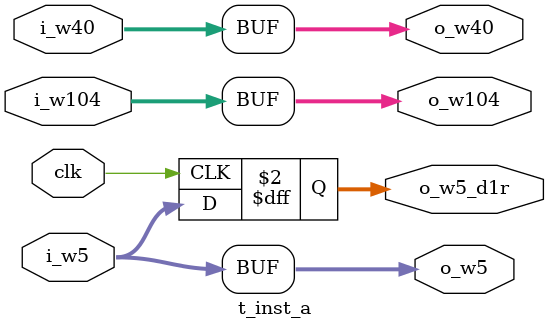
<source format=v>

module t_inst_a (/*AUTOARG*/
   // Outputs
   o_w5, o_w5_d1r, o_w40, o_w104, 
   // Inputs
   clk, i_w5, i_w40, i_w104
   );

   input clk;

   input [4:0] 		i_w5;
   output [4:0] 	o_w5;
   output [4:0] 	o_w5_d1r;
   input [39:0] 	i_w40;
   output [39:0] 	o_w40;
   input [104:0] 	i_w104;
   output [104:0] 	o_w104;

   wire [4:0]  o_w5 = i_w5;
   wire [39:0] o_w40 = i_w40;
   wire [104:0] o_w104 = i_w104;

   /*AUTOREG*/
   // Beginning of automatic regs (for this module's undeclared outputs)
   reg [4:0]		o_w5_d1r;
   // End of automatics

   always @ (posedge clk) begin
      o_w5_d1r <= i_w5;
   end

endmodule

// Local Variables:
// compile-command: "./vlint __FILE__"
// End:

</source>
